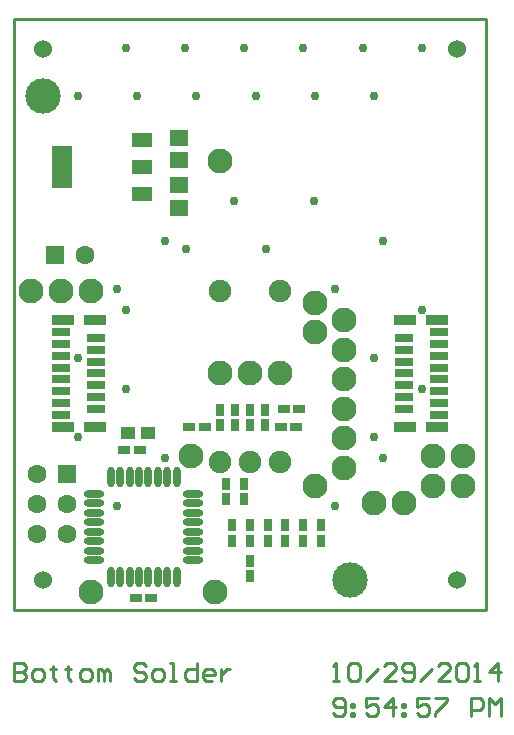
<source format=gbs>
%FSLAX25Y25*%
%MOIN*%
G70*
G01*
G75*
G04 Layer_Color=16711935*
%ADD10C,0.03937*%
%ADD11R,0.01575X0.02756*%
%ADD12C,0.07874*%
%ADD13C,0.00591*%
%ADD14C,0.01000*%
%ADD15R,0.05906X0.05906*%
%ADD16C,0.05906*%
%ADD17R,0.05906X0.05906*%
%ADD18C,0.07087*%
%ADD19C,0.02441*%
%ADD20C,0.01969*%
%ADD21C,0.04000*%
%ADD22C,0.11024*%
%ADD23C,0.04762*%
%ADD24O,0.09449X0.12598*%
%ADD25C,0.06299*%
%ADD26C,0.03543*%
%ADD27R,0.02756X0.03543*%
%ADD28R,0.03543X0.02756*%
%ADD29R,0.06102X0.04331*%
%ADD30R,0.06102X0.04331*%
%ADD31R,0.06102X0.13583*%
%ADD32O,0.06496X0.02165*%
%ADD33O,0.02165X0.06496*%
%ADD34R,0.05906X0.05118*%
%ADD35R,0.07087X0.03150*%
%ADD36R,0.05906X0.02362*%
%ADD37R,0.04331X0.03937*%
%ADD38C,0.01575*%
%ADD39C,0.03937*%
%ADD40C,0.00787*%
%ADD41C,0.11811*%
%ADD42R,0.01975X0.03156*%
%ADD43C,0.08274*%
%ADD44R,0.06306X0.06306*%
%ADD45C,0.06306*%
%ADD46C,0.06000*%
%ADD47R,0.06306X0.06306*%
%ADD48C,0.03000*%
%ADD49R,0.00400X0.00400*%
%ADD50C,0.07487*%
%ADD51R,0.03156X0.03943*%
%ADD52R,0.03943X0.03156*%
%ADD53R,0.06502X0.04731*%
%ADD54R,0.06502X0.04731*%
%ADD55R,0.06502X0.13983*%
%ADD56O,0.06896X0.02565*%
%ADD57O,0.02565X0.06896*%
%ADD58R,0.06306X0.05518*%
%ADD59R,0.07487X0.03550*%
%ADD60R,0.06306X0.02762*%
%ADD61R,0.04731X0.04337*%
D14*
X27559Y-113174D02*
X28559Y-114173D01*
X30558D01*
X31558Y-113174D01*
Y-109175D01*
X30558Y-108175D01*
X28559D01*
X27559Y-109175D01*
Y-110175D01*
X28559Y-111174D01*
X31558D01*
X33557Y-110175D02*
X34557D01*
Y-111174D01*
X33557D01*
Y-110175D01*
Y-113174D02*
X34557D01*
Y-114173D01*
X33557D01*
Y-113174D01*
X42554Y-108175D02*
X38555D01*
Y-111174D01*
X40555Y-110175D01*
X41554D01*
X42554Y-111174D01*
Y-113174D01*
X41554Y-114173D01*
X39555D01*
X38555Y-113174D01*
X47553Y-114173D02*
Y-108175D01*
X44554Y-111174D01*
X48552D01*
X50552Y-110175D02*
X51551D01*
Y-111174D01*
X50552D01*
Y-110175D01*
Y-113174D02*
X51551D01*
Y-114173D01*
X50552D01*
Y-113174D01*
X59549Y-108175D02*
X55550D01*
Y-111174D01*
X57549Y-110175D01*
X58549D01*
X59549Y-111174D01*
Y-113174D01*
X58549Y-114173D01*
X56550D01*
X55550Y-113174D01*
X61548Y-108175D02*
X65547D01*
Y-109175D01*
X61548Y-113174D01*
Y-114173D01*
X73544D02*
Y-108175D01*
X76543D01*
X77543Y-109175D01*
Y-111174D01*
X76543Y-112174D01*
X73544D01*
X79542Y-114173D02*
Y-108175D01*
X81542Y-110175D01*
X83541Y-108175D01*
Y-114173D01*
X27559Y-102362D02*
X29558D01*
X28559D01*
Y-96364D01*
X27559Y-97364D01*
X32557D02*
X33557Y-96364D01*
X35557D01*
X36556Y-97364D01*
Y-101363D01*
X35557Y-102362D01*
X33557D01*
X32557Y-101363D01*
Y-97364D01*
X38555Y-102362D02*
X42554Y-98364D01*
X48552Y-102362D02*
X44554D01*
X48552Y-98364D01*
Y-97364D01*
X47553Y-96364D01*
X45553D01*
X44554Y-97364D01*
X50552Y-101363D02*
X51551Y-102362D01*
X53551D01*
X54550Y-101363D01*
Y-97364D01*
X53551Y-96364D01*
X51551D01*
X50552Y-97364D01*
Y-98364D01*
X51551Y-99363D01*
X54550D01*
X56550Y-102362D02*
X60548Y-98364D01*
X66546Y-102362D02*
X62548D01*
X66546Y-98364D01*
Y-97364D01*
X65547Y-96364D01*
X63547D01*
X62548Y-97364D01*
X68546D02*
X69546Y-96364D01*
X71545D01*
X72544Y-97364D01*
Y-101363D01*
X71545Y-102362D01*
X69546D01*
X68546Y-101363D01*
Y-97364D01*
X74544Y-102362D02*
X76543D01*
X75543D01*
Y-96364D01*
X74544Y-97364D01*
X82541Y-102362D02*
Y-96364D01*
X79542Y-99363D01*
X83541D01*
X-78740Y-96364D02*
Y-102362D01*
X-75741D01*
X-74741Y-101363D01*
Y-100363D01*
X-75741Y-99363D01*
X-78740D01*
X-75741D01*
X-74741Y-98364D01*
Y-97364D01*
X-75741Y-96364D01*
X-78740D01*
X-71742Y-102362D02*
X-69743D01*
X-68743Y-101363D01*
Y-99363D01*
X-69743Y-98364D01*
X-71742D01*
X-72742Y-99363D01*
Y-101363D01*
X-71742Y-102362D01*
X-65744Y-97364D02*
Y-98364D01*
X-66744D01*
X-64745D01*
X-65744D01*
Y-101363D01*
X-64745Y-102362D01*
X-60746Y-97364D02*
Y-98364D01*
X-61746D01*
X-59746D01*
X-60746D01*
Y-101363D01*
X-59746Y-102362D01*
X-55748D02*
X-53748D01*
X-52749Y-101363D01*
Y-99363D01*
X-53748Y-98364D01*
X-55748D01*
X-56747Y-99363D01*
Y-101363D01*
X-55748Y-102362D01*
X-50749D02*
Y-98364D01*
X-49749D01*
X-48750Y-99363D01*
Y-102362D01*
Y-99363D01*
X-47750Y-98364D01*
X-46751Y-99363D01*
Y-102362D01*
X-34754Y-97364D02*
X-35754Y-96364D01*
X-37753D01*
X-38753Y-97364D01*
Y-98364D01*
X-37753Y-99363D01*
X-35754D01*
X-34754Y-100363D01*
Y-101363D01*
X-35754Y-102362D01*
X-37753D01*
X-38753Y-101363D01*
X-31755Y-102362D02*
X-29756D01*
X-28756Y-101363D01*
Y-99363D01*
X-29756Y-98364D01*
X-31755D01*
X-32755Y-99363D01*
Y-101363D01*
X-31755Y-102362D01*
X-26757D02*
X-24758D01*
X-25757D01*
Y-96364D01*
X-26757D01*
X-17760D02*
Y-102362D01*
X-20759D01*
X-21759Y-101363D01*
Y-99363D01*
X-20759Y-98364D01*
X-17760D01*
X-12762Y-102362D02*
X-14761D01*
X-15761Y-101363D01*
Y-99363D01*
X-14761Y-98364D01*
X-12762D01*
X-11762Y-99363D01*
Y-100363D01*
X-15761D01*
X-9763Y-98364D02*
Y-102362D01*
Y-100363D01*
X-8763Y-99363D01*
X-7763Y-98364D01*
X-6763D01*
X-78740Y-78740D02*
X78740D01*
Y118110D01*
X-78740D02*
X78740D01*
X-78740Y-78740D02*
Y118110D01*
D41*
X33465Y-68898D02*
D03*
X-68898Y92520D02*
D03*
D43*
X9843Y0D02*
D03*
X51181Y-43307D02*
D03*
X-62992Y27559D02*
D03*
X41339Y-43307D02*
D03*
X-9843Y70866D02*
D03*
X-11811Y-72835D02*
D03*
X70866Y-27559D02*
D03*
X-53150Y-72835D02*
D03*
X31496Y-21654D02*
D03*
X-19685Y-27559D02*
D03*
X61024D02*
D03*
X31496Y-31496D02*
D03*
X21654Y-37402D02*
D03*
X-9843Y0D02*
D03*
X0D02*
D03*
X21654Y13780D02*
D03*
X31496Y7874D02*
D03*
Y17717D02*
D03*
Y-11811D02*
D03*
Y-1969D02*
D03*
X70866Y-37402D02*
D03*
X-72835Y27559D02*
D03*
X-53150D02*
D03*
X21654Y23622D02*
D03*
X61024Y-37402D02*
D03*
D44*
X-61024Y-33465D02*
D03*
D45*
Y-43465D02*
D03*
X-71024Y-33465D02*
D03*
X-61024Y-53465D02*
D03*
X-71024D02*
D03*
Y-43465D02*
D03*
X-54961Y39370D02*
D03*
D46*
X-68898Y108268D02*
D03*
X68898D02*
D03*
Y-68898D02*
D03*
X-68898D02*
D03*
D47*
X-64961Y39370D02*
D03*
D48*
X57213Y108394D02*
D03*
X41213Y92394D02*
D03*
X37528Y108394D02*
D03*
X21528Y92394D02*
D03*
X17842Y108394D02*
D03*
X1843Y92394D02*
D03*
X-1843Y108394D02*
D03*
X-17842Y92394D02*
D03*
X-21528Y108394D02*
D03*
X-37528Y92394D02*
D03*
X-41213Y108394D02*
D03*
X-57213Y92394D02*
D03*
X44190Y-28190D02*
D03*
X28190Y-44190D02*
D03*
X57437Y-5247D02*
D03*
X41437Y-21247D02*
D03*
X57437Y21247D02*
D03*
X41437Y5247D02*
D03*
X44190Y44190D02*
D03*
X28190Y28190D02*
D03*
X21247Y57437D02*
D03*
X5247Y41437D02*
D03*
X-5247Y57437D02*
D03*
X-21247Y41437D02*
D03*
X-28190Y44190D02*
D03*
X-44190Y28190D02*
D03*
X-41437Y21247D02*
D03*
X-57437Y5247D02*
D03*
X-41437Y-5247D02*
D03*
X-57437Y-21247D02*
D03*
X-28190Y-28190D02*
D03*
X-44190Y-44190D02*
D03*
D49*
X22441Y0D02*
D03*
X-22441D02*
D03*
D50*
X9843Y27559D02*
D03*
X0Y-29528D02*
D03*
X9843D02*
D03*
X-9843Y27559D02*
D03*
Y-29528D02*
D03*
D51*
X-5906Y-55709D02*
D03*
Y-50591D02*
D03*
X0Y-55709D02*
D03*
Y-50591D02*
D03*
X5906D02*
D03*
Y-55709D02*
D03*
X11811Y-50591D02*
D03*
Y-55709D02*
D03*
X17717Y-50591D02*
D03*
Y-55709D02*
D03*
X23622Y-50591D02*
D03*
Y-55709D02*
D03*
X-1969Y-36811D02*
D03*
Y-41929D02*
D03*
X-4921Y-17323D02*
D03*
Y-12205D02*
D03*
X0Y-17323D02*
D03*
Y-12205D02*
D03*
X-7874Y-41929D02*
D03*
Y-36811D02*
D03*
X-9843Y-17323D02*
D03*
Y-12205D02*
D03*
X4921Y-17323D02*
D03*
Y-12205D02*
D03*
X0Y-67520D02*
D03*
Y-62402D02*
D03*
D52*
X15354Y-17717D02*
D03*
X10236D02*
D03*
X-15157D02*
D03*
X-20276D02*
D03*
X16339Y-11811D02*
D03*
X11220D02*
D03*
X-41929Y-25591D02*
D03*
X-36811D02*
D03*
X-32874Y-74803D02*
D03*
X-37992D02*
D03*
D53*
X-35925Y68898D02*
D03*
Y59842D02*
D03*
D54*
Y77953D02*
D03*
D55*
X-62500Y68898D02*
D03*
D56*
X-18898Y-46457D02*
D03*
Y-49606D02*
D03*
Y-40157D02*
D03*
Y-43307D02*
D03*
Y-55905D02*
D03*
Y-59055D02*
D03*
Y-52756D02*
D03*
Y-62205D02*
D03*
X-51968Y-43307D02*
D03*
Y-46457D02*
D03*
Y-40157D02*
D03*
Y-52756D02*
D03*
Y-55905D02*
D03*
Y-49606D02*
D03*
Y-62205D02*
D03*
Y-59055D02*
D03*
D57*
X-27559Y-34646D02*
D03*
X-24409D02*
D03*
X-30709D02*
D03*
X-33858D02*
D03*
X-24409Y-67716D02*
D03*
X-27559D02*
D03*
X-33858D02*
D03*
X-30709D02*
D03*
X-37008D02*
D03*
X-40157Y-34646D02*
D03*
X-37008D02*
D03*
X-46457D02*
D03*
X-43307D02*
D03*
Y-67716D02*
D03*
X-40157D02*
D03*
X-46457D02*
D03*
D58*
X-23622Y71063D02*
D03*
Y78543D02*
D03*
Y55315D02*
D03*
Y62795D02*
D03*
D59*
X-51772Y17717D02*
D03*
Y-17717D02*
D03*
X-62402Y17717D02*
D03*
Y-17717D02*
D03*
X62402Y17717D02*
D03*
Y-17717D02*
D03*
X51772Y17717D02*
D03*
Y-17717D02*
D03*
D60*
X-51181Y11811D02*
D03*
Y7874D02*
D03*
Y-0D02*
D03*
Y3937D02*
D03*
Y-7874D02*
D03*
Y-11811D02*
D03*
Y-3937D02*
D03*
X-62992Y5906D02*
D03*
Y13780D02*
D03*
Y1969D02*
D03*
Y9843D02*
D03*
Y-9843D02*
D03*
Y-5906D02*
D03*
Y-1969D02*
D03*
Y-13780D02*
D03*
X62992Y1969D02*
D03*
Y13780D02*
D03*
Y5906D02*
D03*
Y9843D02*
D03*
Y-5906D02*
D03*
Y-1969D02*
D03*
Y-9843D02*
D03*
Y-13780D02*
D03*
X51181Y3937D02*
D03*
Y11811D02*
D03*
Y0D02*
D03*
Y7874D02*
D03*
Y-11811D02*
D03*
Y-7874D02*
D03*
Y-3937D02*
D03*
D61*
X-34055Y-19685D02*
D03*
X-40748D02*
D03*
M02*

</source>
